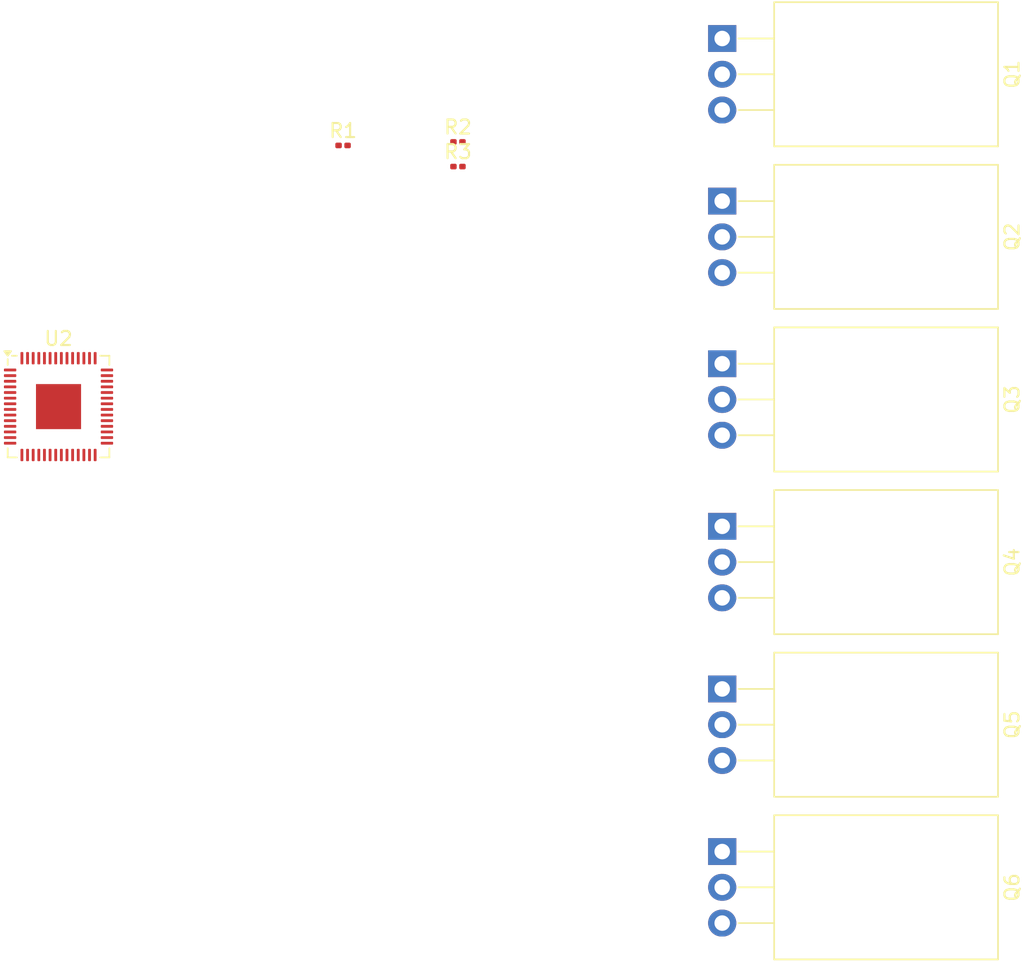
<source format=kicad_pcb>
(kicad_pcb (version 20240108) (generator "pcbnew") (generator_version "8.0")
  (layers (0 "F.Cu" signal) (31 "B.Cu" signal) (34 "B.Paste" user) (35 "F.Paste" user) (36 "B.SilkS" user "B.Silkscreen") (37 "F.SilkS" user "F.Silkscreen") (38 "B.Mask" user) (39 "F.Mask" user) (44 "Edge.Cuts" user))
  (net 0 "")
  (net 1 "+24V")
  (net 2 "GHA")
  (net 3 "GLA")
  (net 4 "GHB")
  (net 5 "GLB")
  (net 6 "GHC")
  (net 7 "GLC")
  (net 8 "PHASEA")
  (net 10 "SPA")
  (net 11 "PHASEB")
  (net 12 "SPB")
  (net 13 "PHASEC")
  (net 14 "SPC")
  (net 15 "SNA")
  (net 18 "Net-(U2-IOVDD-Pad1)")
  (net 28 "Net-(U2-DVDD-Pad23)")
  (footprint "Resistor_SMD:R_0201_0603Metric" (layer "F.Cu") (at 185 75.75)
    (property "Reference" "R1" (at 0 -1.05 0) (layer "F.SilkS"))
    (property "Value" "R")
    (pad "1" smd roundrect (at -0.32 0) (size 0.46 0.4) (layers "F.Cu" "F.Mask") (net 10 "SPA"))
    (pad "2" smd roundrect (at 0.32 0) (size 0.46 0.4) (layers "F.Cu" "F.Mask") (net 15 "SNA"))
  )
  (footprint "Package_TO_SOT_THT:TO-220-3_Horizontal_TabDown" (layer "F.Cu") (at 211.915 91.255 -90)
    (property "Reference" "Q3" (at 2.54 -20.58 90) (layer "F.SilkS"))
    (property "Value" "IRF3205")
    (fp_line (start -2.58 -3.69) (end 7.66 -3.69) (stroke (width 0.12)) (layer "F.SilkS"))
    (fp_line (start 0 -3.69) (end 0 -1.15) (stroke (width 0.12)) (layer "F.SilkS"))
    (fp_line (start 2.54 -3.69) (end 2.54 -1.15) (stroke (width 0.12)) (layer "F.SilkS"))
    (fp_line (start 5.08 -3.69) (end 5.08 -1.15) (stroke (width 0.12)) (layer "F.SilkS"))
    (fp_line (start -2.58 -19.58) (end -2.58 -3.69) (stroke (width 0.12)) (layer "F.SilkS"))
    (fp_line (start -2.58 -19.58) (end 7.66 -19.58) (stroke (width 0.12)) (layer "F.SilkS"))
    (fp_line (start 7.66 -19.58) (end 7.66 -3.69) (stroke (width 0.12)) (layer "F.SilkS"))
    (pad "" np_thru_hole oval (at 2.54 -16.66 270) (size 3.5 3.5) (drill 3.5) (layers "*.Cu" "*.Mask"))
    (pad "1" thru_hole rect (at 0 0 270) (size 1.905 2) (drill 1.1) (layers "*.Cu" "*.Mask") (net 4 "GHB"))
    (pad "2" thru_hole oval (at 2.54 0 270) (size 1.905 2) (drill 1.1) (layers "*.Cu" "*.Mask") (net 1 "+24V"))
    (pad "3" thru_hole oval (at 5.08 0 270) (size 1.905 2) (drill 1.1) (layers "*.Cu" "*.Mask") (net 11 "PHASEB"))
  )
  (footprint "Package_TO_SOT_THT:TO-220-3_Horizontal_TabDown" (layer "F.Cu") (at 211.915 102.805 -90)
    (property "Reference" "Q4" (at 2.54 -20.58 90) (layer "F.SilkS"))
    (property "Value" "IRF3205")
    (fp_line (start -2.58 -3.69) (end 7.66 -3.69) (stroke (width 0.12)) (layer "F.SilkS"))
    (fp_line (start 0 -3.69) (end 0 -1.15) (stroke (width 0.12)) (layer "F.SilkS"))
    (fp_line (start 2.54 -3.69) (end 2.54 -1.15) (stroke (width 0.12)) (layer "F.SilkS"))
    (fp_line (start 5.08 -3.69) (end 5.08 -1.15) (stroke (width 0.12)) (layer "F.SilkS"))
    (fp_line (start -2.58 -19.58) (end -2.58 -3.69) (stroke (width 0.12)) (layer "F.SilkS"))
    (fp_line (start -2.58 -19.58) (end 7.66 -19.58) (stroke (width 0.12)) (layer "F.SilkS"))
    (fp_line (start 7.66 -19.58) (end 7.66 -3.69) (stroke (width 0.12)) (layer "F.SilkS"))
    (pad "" np_thru_hole oval (at 2.54 -16.66 270) (size 3.5 3.5) (drill 3.5) (layers "*.Cu" "*.Mask"))
    (pad "1" thru_hole rect (at 0 0 270) (size 1.905 2) (drill 1.1) (layers "*.Cu" "*.Mask") (net 5 "GLB"))
    (pad "2" thru_hole oval (at 2.54 0 270) (size 1.905 2) (drill 1.1) (layers "*.Cu" "*.Mask") (net 11 "PHASEB"))
    (pad "3" thru_hole oval (at 5.08 0 270) (size 1.905 2) (drill 1.1) (layers "*.Cu" "*.Mask") (net 12 "SPB"))
  )
  (footprint "Package_DFN_QFN:QFN-56-1EP_7x7mm_P0.4mm_EP3.2x3.2mm" (layer "F.Cu") (at 164.8 94.3)
    (property "Reference" "U2" (at 0 -4.83 0) (layer "F.SilkS"))
    (property "Value" "RP2040")
    (fp_line (start -3.61 -2.96) (end -3.61 -3.37) (stroke (width 0.12)) (layer "F.SilkS"))
    (fp_line (start -3.61 3.61) (end -3.61 2.96) (stroke (width 0.12)) (layer "F.SilkS"))
    (fp_line (start -2.96 -3.61) (end -3.31 -3.61) (stroke (width 0.12)) (layer "F.SilkS"))
    (fp_line (start -2.96 3.61) (end -3.61 3.61) (stroke (width 0.12)) (layer "F.SilkS"))
    (fp_line (start 2.96 -3.61) (end 3.61 -3.61) (stroke (width 0.12)) (layer "F.SilkS"))
    (fp_line (start 2.96 3.61) (end 3.61 3.61) (stroke (width 0.12)) (layer "F.SilkS"))
    (fp_line (start 3.61 -3.61) (end 3.61 -2.96) (stroke (width 0.12)) (layer "F.SilkS"))
    (fp_line (start 3.61 3.61) (end 3.61 2.96) (stroke (width 0.12)) (layer "F.SilkS"))
    (fp_poly (pts (xy -3.61 -3.61) (xy -3.85 -3.94) (xy -3.37 -3.94) (xy -3.61 -3.61)) (stroke (width 0.12)) (fill solid) (layer "F.SilkS"))
    (pad "1" smd roundrect (at -3.4375 -2.6) (size 0.875 0.2) (layers "F.Cu" "F.Paste" "F.Mask") (net 18 "Net-(U2-IOVDD-Pad1)"))
    (pad "2" smd roundrect (at -3.4375 -2.2) (size 0.875 0.2) (layers "F.Cu" "F.Paste" "F.Mask"))
    (pad "3" smd roundrect (at -3.4375 -1.8) (size 0.875 0.2) (layers "F.Cu" "F.Paste" "F.Mask"))
    (pad "4" smd roundrect (at -3.4375 -1.4) (size 0.875 0.2) (layers "F.Cu" "F.Paste" "F.Mask"))
    (pad "5" smd roundrect (at -3.4375 -1) (size 0.875 0.2) (layers "F.Cu" "F.Paste" "F.Mask"))
    (pad "6" smd roundrect (at -3.4375 -0.6) (size 0.875 0.2) (layers "F.Cu" "F.Paste" "F.Mask"))
    (pad "7" smd roundrect (at -3.4375 -0.2) (size 0.875 0.2) (layers "F.Cu" "F.Paste" "F.Mask"))
    (pad "8" smd roundrect (at -3.4375 0.2) (size 0.875 0.2) (layers "F.Cu" "F.Paste" "F.Mask"))
    (pad "9" smd roundrect (at -3.4375 0.6) (size 0.875 0.2) (layers "F.Cu" "F.Paste" "F.Mask"))
    (pad "10" smd roundrect (at -3.4375 1) (size 0.875 0.2) (layers "F.Cu" "F.Paste" "F.Mask") (net 18 "Net-(U2-IOVDD-Pad1)"))
    (pad "11" smd roundrect (at -3.4375 1.4) (size 0.875 0.2) (layers "F.Cu" "F.Paste" "F.Mask"))
    (pad "12" smd roundrect (at -3.4375 1.8) (size 0.875 0.2) (layers "F.Cu" "F.Paste" "F.Mask"))
    (pad "13" smd roundrect (at -3.4375 2.2) (size 0.875 0.2) (layers "F.Cu" "F.Paste" "F.Mask"))
    (pad "14" smd roundrect (at -3.4375 2.6) (size 0.875 0.2) (layers "F.Cu" "F.Paste" "F.Mask"))
    (pad "15" smd roundrect (at -2.6 3.4375) (size 0.2 0.875) (layers "F.Cu" "F.Paste" "F.Mask"))
    (pad "16" smd roundrect (at -2.2 3.4375) (size 0.2 0.875) (layers "F.Cu" "F.Paste" "F.Mask"))
    (pad "17" smd roundrect (at -1.8 3.4375) (size 0.2 0.875) (layers "F.Cu" "F.Paste" "F.Mask"))
    (pad "18" smd roundrect (at -1.4 3.4375) (size 0.2 0.875) (layers "F.Cu" "F.Paste" "F.Mask"))
    (pad "19" smd roundrect (at -1 3.4375) (size 0.2 0.875) (layers "F.Cu" "F.Paste" "F.Mask"))
    (pad "20" smd roundrect (at -0.6 3.4375) (size 0.2 0.875) (layers "F.Cu" "F.Paste" "F.Mask"))
    (pad "21" smd roundrect (at -0.2 3.4375) (size 0.2 0.875) (layers "F.Cu" "F.Paste" "F.Mask"))
    (pad "22" smd roundrect (at 0.2 3.4375) (size 0.2 0.875) (layers "F.Cu" "F.Paste" "F.Mask") (net 18 "Net-(U2-IOVDD-Pad1)"))
    (pad "23" smd roundrect (at 0.6 3.4375) (size 0.2 0.875) (layers "F.Cu" "F.Paste" "F.Mask") (net 28 "Net-(U2-DVDD-Pad23)"))
    (pad "24" smd roundrect (at 1 3.4375) (size 0.2 0.875) (layers "F.Cu" "F.Paste" "F.Mask"))
    (pad "25" smd roundrect (at 1.4 3.4375) (size 0.2 0.875) (layers "F.Cu" "F.Paste" "F.Mask"))
    (pad "26" smd roundrect (at 1.8 3.4375) (size 0.2 0.875) (layers "F.Cu" "F.Paste" "F.Mask"))
    (pad "27" smd roundrect (at 2.2 3.4375) (size 0.2 0.875) (layers "F.Cu" "F.Paste" "F.Mask"))
    (pad "28" smd roundrect (at 2.6 3.4375) (size 0.2 0.875) (layers "F.Cu" "F.Paste" "F.Mask"))
    (pad "29" smd roundrect (at 3.4375 2.6) (size 0.875 0.2) (layers "F.Cu" "F.Paste" "F.Mask"))
    (pad "30" smd roundrect (at 3.4375 2.2) (size 0.875 0.2) (layers "F.Cu" "F.Paste" "F.Mask"))
    (pad "31" smd roundrect (at 3.4375 1.8) (size 0.875 0.2) (layers "F.Cu" "F.Paste" "F.Mask"))
    (pad "32" smd roundrect (at 3.4375 1.4) (size 0.875 0.2) (layers "F.Cu" "F.Paste" "F.Mask"))
    (pad "33" smd roundrect (at 3.4375 1) (size 0.875 0.2) (layers "F.Cu" "F.Paste" "F.Mask") (net 18 "Net-(U2-IOVDD-Pad1)"))
    (pad "34" smd roundrect (at 3.4375 0.6) (size 0.875 0.2) (layers "F.Cu" "F.Paste" "F.Mask"))
    (pad "35" smd roundrect (at 3.4375 0.2) (size 0.875 0.2) (layers "F.Cu" "F.Paste" "F.Mask"))
    (pad "36" smd roundrect (at 3.4375 -0.2) (size 0.875 0.2) (layers "F.Cu" "F.Paste" "F.Mask"))
    (pad "37" smd roundrect (at 3.4375 -0.6) (size 0.875 0.2) (layers "F.Cu" "F.Paste" "F.Mask"))
    (pad "38" smd roundrect (at 3.4375 -1) (size 0.875 0.2) (layers "F.Cu" "F.Paste" "F.Mask"))
    (pad "39" smd roundrect (at 3.4375 -1.4) (size 0.875 0.2) (layers "F.Cu" "F.Paste" "F.Mask"))
    (pad "40" smd roundrect (at 3.4375 -1.8) (size 0.875 0.2) (layers "F.Cu" "F.Paste" "F.Mask"))
    (pad "41" smd roundrect (at 3.4375 -2.2) (size 0.875 0.2) (layers "F.Cu" "F.Paste" "F.Mask"))
    (pad "42" smd roundrect (at 3.4375 -2.6) (size 0.875 0.2) (layers "F.Cu" "F.Paste" "F.Mask") (net 18 "Net-(U2-IOVDD-Pad1)"))
    (pad "43" smd roundrect (at 2.6 -3.4375) (size 0.2 0.875) (layers "F.Cu" "F.Paste" "F.Mask"))
    (pad "44" smd roundrect (at 2.2 -3.4375) (size 0.2 0.875) (layers "F.Cu" "F.Paste" "F.Mask"))
    (pad "45" smd roundrect (at 1.8 -3.4375) (size 0.2 0.875) (layers "F.Cu" "F.Paste" "F.Mask"))
    (pad "46" smd roundrect (at 1.4 -3.4375) (size 0.2 0.875) (layers "F.Cu" "F.Paste" "F.Mask"))
    (pad "47" smd roundrect (at 1 -3.4375) (size 0.2 0.875) (layers "F.Cu" "F.Paste" "F.Mask"))
    (pad "48" smd roundrect (at 0.6 -3.4375) (size 0.2 0.875) (layers "F.Cu" "F.Paste" "F.Mask"))
    (pad "49" smd roundrect (at 0.2 -3.4375) (size 0.2 0.875) (layers "F.Cu" "F.Paste" "F.Mask") (net 18 "Net-(U2-IOVDD-Pad1)"))
    (pad "50" smd roundrect (at -0.2 -3.4375) (size 0.2 0.875) (layers "F.Cu" "F.Paste" "F.Mask") (net 28 "Net-(U2-DVDD-Pad23)"))
    (pad "51" smd roundrect (at -0.6 -3.4375) (size 0.2 0.875) (layers "F.Cu" "F.Paste" "F.Mask"))
    (pad "52" smd roundrect (at -1 -3.4375) (size 0.2 0.875) (layers "F.Cu" "F.Paste" "F.Mask"))
    (pad "53" smd roundrect (at -1.4 -3.4375) (size 0.2 0.875) (layers "F.Cu" "F.Paste" "F.Mask"))
    (pad "54" smd roundrect (at -1.8 -3.4375) (size 0.2 0.875) (layers "F.Cu" "F.Paste" "F.Mask"))
    (pad "55" smd roundrect (at -2.2 -3.4375) (size 0.2 0.875) (layers "F.Cu" "F.Paste" "F.Mask"))
    (pad "56" smd roundrect (at -2.6 -3.4375) (size 0.2 0.875) (layers "F.Cu" "F.Paste" "F.Mask"))
    (pad "57" smd rect (at 0 0) (size 3.2 3.2) (property pad_prop_heatsink) (layers "F.Cu" "F.Mask") (net 15 "SNA"))
  )
  (footprint "Package_TO_SOT_THT:TO-220-3_Horizontal_TabDown" (layer "F.Cu") (at 211.915 79.705 -90)
    (property "Reference" "Q2" (at 2.54 -20.58 90) (layer "F.SilkS"))
    (property "Value" "IRF3205")
    (fp_line (start -2.58 -3.69) (end 7.66 -3.69) (stroke (width 0.12)) (layer "F.SilkS"))
    (fp_line (start 0 -3.69) (end 0 -1.15) (stroke (width 0.12)) (layer "F.SilkS"))
    (fp_line (start 2.54 -3.69) (end 2.54 -1.15) (stroke (width 0.12)) (layer "F.SilkS"))
    (fp_line (start 5.08 -3.69) (end 5.08 -1.15) (stroke (width 0.12)) (layer "F.SilkS"))
    (fp_line (start -2.58 -19.58) (end -2.58 -3.69) (stroke (width 0.12)) (layer "F.SilkS"))
    (fp_line (start -2.58 -19.58) (end 7.66 -19.58) (stroke (width 0.12)) (layer "F.SilkS"))
    (fp_line (start 7.66 -19.58) (end 7.66 -3.69) (stroke (width 0.12)) (layer "F.SilkS"))
    (pad "" np_thru_hole oval (at 2.54 -16.66 270) (size 3.5 3.5) (drill 3.5) (layers "*.Cu" "*.Mask"))
    (pad "1" thru_hole rect (at 0 0 270) (size 1.905 2) (drill 1.1) (layers "*.Cu" "*.Mask") (net 3 "GLA"))
    (pad "2" thru_hole oval (at 2.54 0 270) (size 1.905 2) (drill 1.1) (layers "*.Cu" "*.Mask") (net 8 "PHASEA"))
    (pad "3" thru_hole oval (at 5.08 0 270) (size 1.905 2) (drill 1.1) (layers "*.Cu" "*.Mask") (net 10 "SPA"))
  )
  (footprint "Package_TO_SOT_THT:TO-220-3_Horizontal_TabDown" (layer "F.Cu") (at 211.915 114.355 -90)
    (property "Reference" "Q5" (at 2.54 -20.58 90) (layer "F.SilkS"))
    (property "Value" "IRF3205")
    (fp_line (start -2.58 -3.69) (end 7.66 -3.69) (stroke (width 0.12)) (layer "F.SilkS"))
    (fp_line (start 0 -3.69) (end 0 -1.15) (stroke (width 0.12)) (layer "F.SilkS"))
    (fp_line (start 2.54 -3.69) (end 2.54 -1.15) (stroke (width 0.12)) (layer "F.SilkS"))
    (fp_line (start 5.08 -3.69) (end 5.08 -1.15) (stroke (width 0.12)) (layer "F.SilkS"))
    (fp_line (start -2.58 -19.58) (end -2.58 -3.69) (stroke (width 0.12)) (layer "F.SilkS"))
    (fp_line (start -2.58 -19.58) (end 7.66 -19.58) (stroke (width 0.12)) (layer "F.SilkS"))
    (fp_line (start 7.66 -19.58) (end 7.66 -3.69) (stroke (width 0.12)) (layer "F.SilkS"))
    (pad "" np_thru_hole oval (at 2.54 -16.66 270) (size 3.5 3.5) (drill 3.5) (layers "*.Cu" "*.Mask"))
    (pad "1" thru_hole rect (at 0 0 270) (size 1.905 2) (drill 1.1) (layers "*.Cu" "*.Mask") (net 6 "GHC"))
    (pad "2" thru_hole oval (at 2.54 0 270) (size 1.905 2) (drill 1.1) (layers "*.Cu" "*.Mask") (net 1 "+24V"))
    (pad "3" thru_hole oval (at 5.08 0 270) (size 1.905 2) (drill 1.1) (layers "*.Cu" "*.Mask") (net 13 "PHASEC"))
  )
  (footprint "Package_TO_SOT_THT:TO-220-3_Horizontal_TabDown" (layer "F.Cu") (at 211.915 125.905 -90)
    (property "Reference" "Q6" (at 2.54 -20.58 90) (layer "F.SilkS"))
    (property "Value" "IRF3205")
    (fp_line (start -2.58 -3.69) (end 7.66 -3.69) (stroke (width 0.12)) (layer "F.SilkS"))
    (fp_line (start 0 -3.69) (end 0 -1.15) (stroke (width 0.12)) (layer "F.SilkS"))
    (fp_line (start 2.54 -3.69) (end 2.54 -1.15) (stroke (width 0.12)) (layer "F.SilkS"))
    (fp_line (start 5.08 -3.69) (end 5.08 -1.15) (stroke (width 0.12)) (layer "F.SilkS"))
    (fp_line (start -2.58 -19.58) (end -2.58 -3.69) (stroke (width 0.12)) (layer "F.SilkS"))
    (fp_line (start -2.58 -19.58) (end 7.66 -19.58) (stroke (width 0.12)) (layer "F.SilkS"))
    (fp_line (start 7.66 -19.58) (end 7.66 -3.69) (stroke (width 0.12)) (layer "F.SilkS"))
    (pad "" np_thru_hole oval (at 2.54 -16.66 270) (size 3.5 3.5) (drill 3.5) (layers "*.Cu" "*.Mask"))
    (pad "1" thru_hole rect (at 0 0 270) (size 1.905 2) (drill 1.1) (layers "*.Cu" "*.Mask") (net 7 "GLC"))
    (pad "2" thru_hole oval (at 2.54 0 270) (size 1.905 2) (drill 1.1) (layers "*.Cu" "*.Mask") (net 13 "PHASEC"))
    (pad "3" thru_hole oval (at 5.08 0 270) (size 1.905 2) (drill 1.1) (layers "*.Cu" "*.Mask") (net 14 "SPC"))
  )
  (footprint "Resistor_SMD:R_0201_0603Metric" (layer "F.Cu") (at 193.155 77.25)
    (property "Reference" "R3" (at 0 -1.05 0) (layer "F.SilkS"))
    (property "Value" "R")
    (pad "1" smd roundrect (at -0.32 0) (size 0.46 0.4) (layers "F.Cu" "F.Mask") (net 14 "SPC"))
    (pad "2" smd roundrect (at 0.32 0) (size 0.46 0.4) (layers "F.Cu" "F.Mask") (net 15 "SNA"))
  )
  (footprint "Package_TO_SOT_THT:TO-220-3_Horizontal_TabDown" (layer "F.Cu") (at 211.915 68.155 -90)
    (property "Reference" "Q1" (at 2.54 -20.58 90) (layer "F.SilkS"))
    (property "Value" "IRF3205")
    (fp_line (start -2.58 -3.69) (end 7.66 -3.69) (stroke (width 0.12)) (layer "F.SilkS"))
    (fp_line (start 0 -3.69) (end 0 -1.15) (stroke (width 0.12)) (layer "F.SilkS"))
    (fp_line (start 2.54 -3.69) (end 2.54 -1.15) (stroke (width 0.12)) (layer "F.SilkS"))
    (fp_line (start 5.08 -3.69) (end 5.08 -1.15) (stroke (width 0.12)) (layer "F.SilkS"))
    (fp_line (start -2.58 -19.58) (end -2.58 -3.69) (stroke (width 0.12)) (layer "F.SilkS"))
    (fp_line (start -2.58 -19.58) (end 7.66 -19.58) (stroke (width 0.12)) (layer "F.SilkS"))
    (fp_line (start 7.66 -19.58) (end 7.66 -3.69) (stroke (width 0.12)) (layer "F.SilkS"))
    (pad "" np_thru_hole oval (at 2.54 -16.66 270) (size 3.5 3.5) (drill 3.5) (layers "*.Cu" "*.Mask"))
    (pad "1" thru_hole rect (at 0 0 270) (size 1.905 2) (drill 1.1) (layers "*.Cu" "*.Mask") (net 2 "GHA"))
    (pad "2" thru_hole oval (at 2.54 0 270) (size 1.905 2) (drill 1.1) (layers "*.Cu" "*.Mask") (net 1 "+24V"))
    (pad "3" thru_hole oval (at 5.08 0 270) (size 1.905 2) (drill 1.1) (layers "*.Cu" "*.Mask") (net 8 "PHASEA"))
  )
  (footprint "Resistor_SMD:R_0201_0603Metric" (layer "F.Cu") (at 193.155 75.5)
    (property "Reference" "R2" (at 0 -1.05 0) (layer "F.SilkS"))
    (property "Value" "R")
    (pad "1" smd roundrect (at -0.32 0) (size 0.46 0.4) (layers "F.Cu" "F.Mask") (net 12 "SPB"))
    (pad "2" smd roundrect (at 0.32 0) (size 0.46 0.4) (layers "F.Cu" "F.Mask") (net 15 "SNA"))
  )
)
</source>
